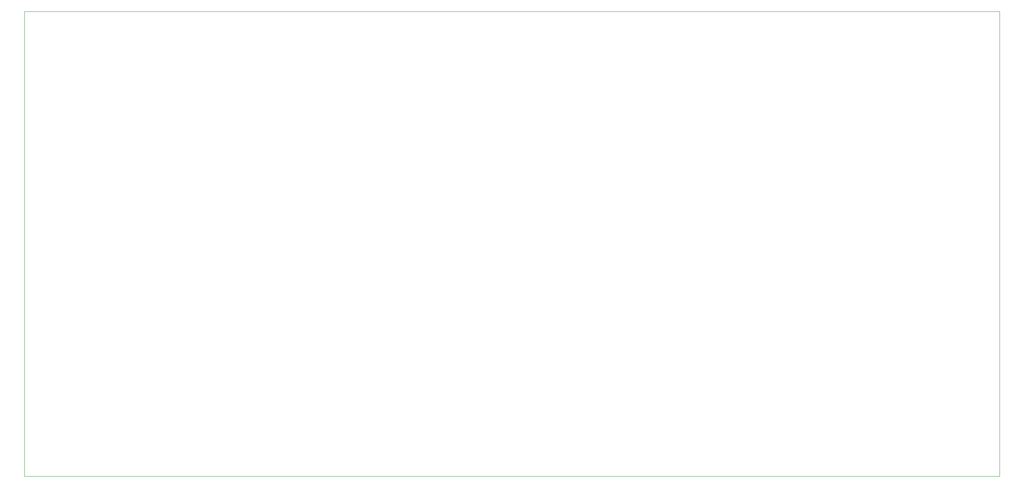
<source format=gbr>
%TF.GenerationSoftware,KiCad,Pcbnew,8.0.8*%
%TF.CreationDate,2025-03-17T17:13:05+00:00*%
%TF.ProjectId,memlnaut_0_1_backplate,6d656d6c-6e61-4757-945f-305f315f6261,rev?*%
%TF.SameCoordinates,Original*%
%TF.FileFunction,Profile,NP*%
%FSLAX46Y46*%
G04 Gerber Fmt 4.6, Leading zero omitted, Abs format (unit mm)*
G04 Created by KiCad (PCBNEW 8.0.8) date 2025-03-17 17:13:05*
%MOMM*%
%LPD*%
G01*
G04 APERTURE LIST*
%TA.AperFunction,Profile*%
%ADD10C,0.050000*%
%TD*%
G04 APERTURE END LIST*
D10*
X56000000Y-41400000D02*
X272030000Y-41400000D01*
X272030000Y-144510000D01*
X56000000Y-144510000D01*
X56000000Y-41400000D01*
M02*

</source>
